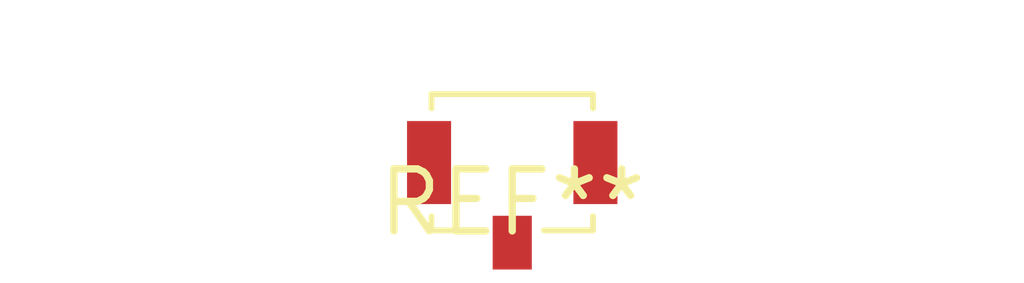
<source format=kicad_pcb>
(kicad_pcb (version 20240108) (generator pcbnew)
  (layers (0 "F.Cu" signal) (31 "B.Cu" signal) (34 "B.Paste" user) (35 "F.Paste" user) (36 "B.SilkS" user "B.Silkscreen") (37 "F.SilkS" user "F.Silkscreen") (38 "B.Mask" user) (39 "F.Mask" user) (44 "Edge.Cuts" user))
  (net 0 "")
  (footprint "SW_SPST_B3U-1100P" (layer "F.Cu") (at 0 0)
    (property "Reference" "REF**")
    (property "Value" "SW_SPST_B3U-1100P")
    (fp_line (start -1.65 -2.22) (end 1.65 -2.22) (layer "F.SilkS") (stroke (width 0.12)))
    (fp_line (start -1.65 -1.93) (end -1.65 -2.22) (layer "F.SilkS") (stroke (width 0.12)))
    (fp_line (start -1.65 0.28) (end -1.65 0.57) (layer "F.SilkS") (stroke (width 0.12)))
    (fp_line (start -1.65 0.57) (end -0.65 0.57) (layer "F.SilkS") (stroke (width 0.12)))
    (fp_line (start 1.65 -2.22) (end 1.65 -1.93) (layer "F.SilkS") (stroke (width 0.12)))
    (fp_line (start 1.65 0.57) (end 0.65 0.57) (layer "F.SilkS") (stroke (width 0.12)))
    (fp_line (start 1.65 0.57) (end 1.65 0.28) (layer "F.SilkS") (stroke (width 0.12)))
    (pad "1" smd rect (at -1.7 -0.82) (size 0.9 1.7) (layers "F.Cu" "F.Paste" "F.Mask"))
    (pad "2" smd rect (at 1.7 -0.82) (size 0.9 1.7) (layers "F.Cu" "F.Paste" "F.Mask"))
    (pad "3" smd rect (at 0 0.82) (size 0.8 1.1) (layers "F.Cu" "F.Paste" "F.Mask"))
  )
)
</source>
